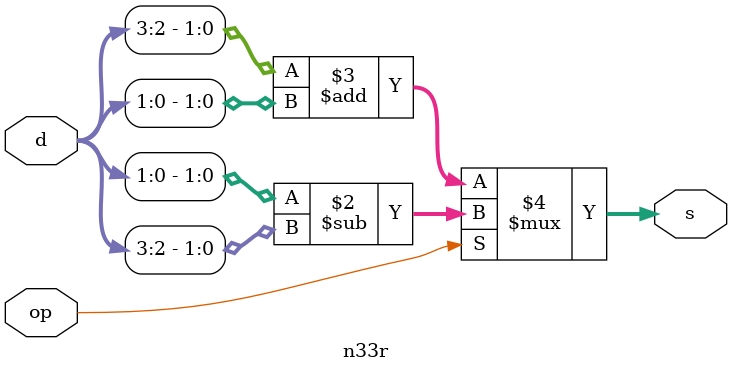
<source format=v>
`timescale 1ns / 1ps

module n33r(input [3:0] d, input op, output[1:0] s);
    assign s = op ? (d[1:0] - d[3:2]): (d[3:2] + d[1:0]);
endmodule
module top(input wire [6:0] instr, input wire op, output wire [7:0] c);
    wire [1:0] r1, r2;
    n33r i0 (instr[4:0], instr[7], r1);
    n33r i1 (instr[3:2], instr[0], r2);
    assign z = r1 | r2;
endmodule

</source>
